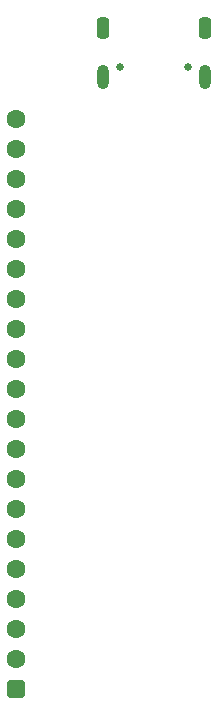
<source format=gbr>
G04*
G04 #@! TF.GenerationSoftware,Altium Limited,Altium Designer,25.2.1 (25)*
G04*
G04 Layer_Color=12632256*
%FSLAX25Y25*%
%MOIN*%
G70*
G04*
G04 #@! TF.SameCoordinates,6E7B483F-BFF1-4FB3-8246-CE29AB42D2EF*
G04*
G04*
G04 #@! TF.FilePolarity,Positive*
G04*
G01*
G75*
%ADD77C,0.06299*%
G04:AMPARAMS|DCode=78|XSize=62.99mil|YSize=62.99mil|CornerRadius=15.75mil|HoleSize=0mil|Usage=FLASHONLY|Rotation=90.000|XOffset=0mil|YOffset=0mil|HoleType=Round|Shape=RoundedRectangle|*
%AMROUNDEDRECTD78*
21,1,0.06299,0.03150,0,0,90.0*
21,1,0.03150,0.06299,0,0,90.0*
1,1,0.03150,0.01575,0.01575*
1,1,0.03150,0.01575,-0.01575*
1,1,0.03150,-0.01575,-0.01575*
1,1,0.03150,-0.01575,0.01575*
%
%ADD78ROUNDEDRECTD78*%
G04:AMPARAMS|DCode=79|XSize=70.87mil|YSize=39.37mil|CornerRadius=9.84mil|HoleSize=0mil|Usage=FLASHONLY|Rotation=270.000|XOffset=0mil|YOffset=0mil|HoleType=Round|Shape=RoundedRectangle|*
%AMROUNDEDRECTD79*
21,1,0.07087,0.01968,0,0,270.0*
21,1,0.05118,0.03937,0,0,270.0*
1,1,0.01968,-0.00984,-0.02559*
1,1,0.01968,-0.00984,0.02559*
1,1,0.01968,0.00984,0.02559*
1,1,0.01968,0.00984,-0.02559*
%
%ADD79ROUNDEDRECTD79*%
%ADD80O,0.03937X0.08268*%
%ADD81C,0.02559*%
D77*
X-56000Y-3000D02*
D03*
Y-13000D02*
D03*
Y7000D02*
D03*
Y-43000D02*
D03*
Y-33000D02*
D03*
Y17000D02*
D03*
Y57000D02*
D03*
Y-93000D02*
D03*
Y-83000D02*
D03*
Y-63000D02*
D03*
Y-53000D02*
D03*
Y-73000D02*
D03*
Y27000D02*
D03*
Y37000D02*
D03*
Y77000D02*
D03*
Y87000D02*
D03*
Y47000D02*
D03*
Y67000D02*
D03*
Y-23000D02*
D03*
D78*
Y-103000D02*
D03*
D79*
X7008Y117500D02*
D03*
X-27008D02*
D03*
D80*
X7008Y101043D02*
D03*
X-27008D02*
D03*
D81*
X1378Y104512D02*
D03*
X-21378D02*
D03*
M02*

</source>
